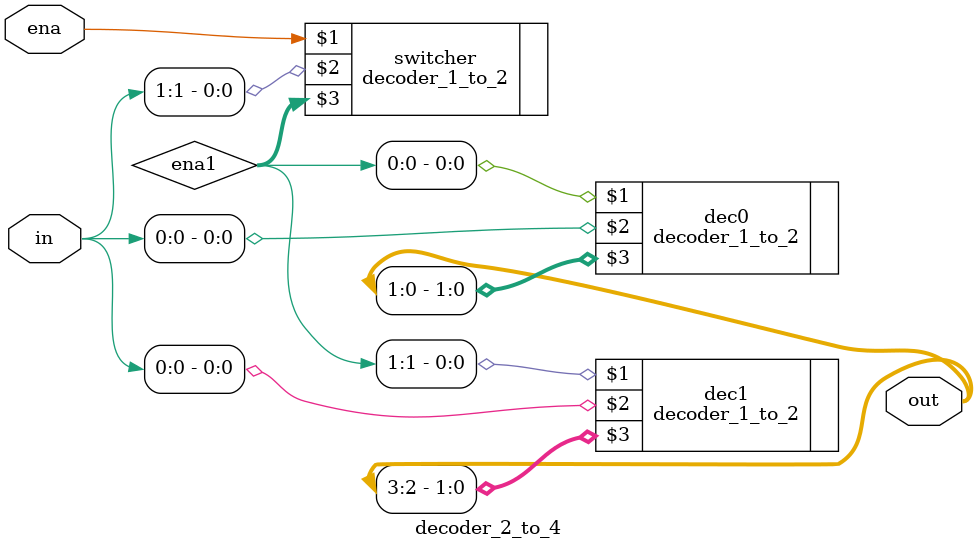
<source format=sv>
module decoder_2_to_4(ena, in, out);

  input wire ena;
  input wire [1:0] in;
  output logic [3:0] out;

  logic [1:0] ena1;
  decoder_1_to_2 switcher(ena,in[1],ena1);
  decoder_1_to_2 dec1(ena1[1],in[0],out[3:2]);
  decoder_1_to_2 dec0(ena1[0],in[0],out[1:0]);


endmodule
</source>
